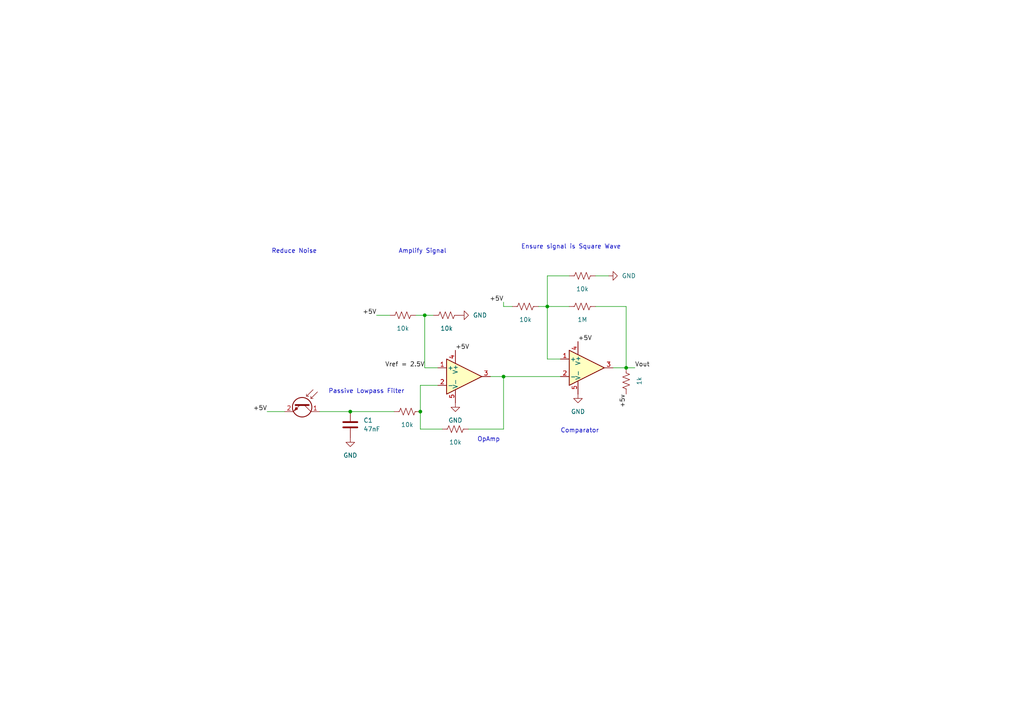
<source format=kicad_sch>
(kicad_sch (version 20230121) (generator eeschema)
  (paper "A4")
  (lib_symbols
    (symbol "Device:C" (pin_numbers hide) (pin_names (offset 0.254))
      (property "Reference" "C" (at 0.635 2.54 0))
      (property "Value" "C" (at 0.635 -2.54 0))
      (symbol "C_0_1"
        (polyline (pts (xy -2.032 -0.762) (xy 2.032 -0.762)) (stroke (width 0.508)))
        (polyline (pts (xy -2.032 0.762) (xy 2.032 0.762)) (stroke (width 0.508)))
      )
      (symbol "C_1_1"
        (pin passive line (at 0 3.81 270) (length 2.794) (name "~") (number "1"))
        (pin passive line (at 0 -3.81 90) (length 2.794) (name "~") (number "2"))
      )
    )
    (symbol "Device:Q_Photo_NPN" (pin_names (offset 0) hide)
      (property "Reference" "Q" (at 5.08 1.27 0))
      (property "Value" "Q_Photo_NPN" (at 5.08 -1.27 0))
      (symbol "Q_Photo_NPN_0_1"
        (polyline (pts (xy -1.905 1.27) (xy -2.54 1.27)))
        (polyline (pts (xy -1.27 2.54) (xy -1.905 2.54)))
        (polyline (pts (xy 0.635 0.635) (xy 2.54 2.54)))
        (polyline (pts (xy -3.81 3.175) (xy -1.905 1.27) (xy -1.905 1.905)))
        (polyline (pts (xy -3.175 4.445) (xy -1.27 2.54) (xy -1.27 3.175)))
        (polyline (pts (xy 0.635 -0.635) (xy 2.54 -2.54) (xy 2.54 -2.54)))
        (polyline (pts (xy 0.635 1.905) (xy 0.635 -1.905) (xy 0.635 -1.905)) (stroke (width 0.508)))
        (polyline (pts (xy 1.27 -1.778) (xy 1.778 -1.27) (xy 2.286 -2.286) (xy 1.27 -1.778) (xy 1.27 -1.778)) (fill (type outline)))
        (circle (center 1.27 0) (radius 2.8194) (stroke (width 0.254)))
      )
      (symbol "Q_Photo_NPN_1_1"
        (pin passive line (at 2.54 5.08 270) (length 2.54) (name "C") (number "1"))
        (pin passive line (at 2.54 -5.08 90) (length 2.54) (name "E") (number "2"))
      )
    )
    (symbol "Device:R_US" (pin_numbers hide) (pin_names (offset 0))
      (property "Reference" "R" (at 2.54 0 90))
      (property "Value" "R_US" (at -2.54 0 90))
      (symbol "R_US_0_1"
        (polyline (pts (xy 0 -2.286) (xy 0 -2.54)))
        (polyline (pts (xy 0 2.286) (xy 0 2.54)))
        (polyline (pts (xy 0 -0.762) (xy 1.016 -1.143) (xy 0 -1.524) (xy -1.016 -1.905) (xy 0 -2.286)))
        (polyline (pts (xy 0 0.762) (xy 1.016 0.381) (xy 0 0) (xy -1.016 -0.381) (xy 0 -0.762)))
        (polyline (pts (xy 0 2.286) (xy 1.016 1.905) (xy 0 1.524) (xy -1.016 1.143) (xy 0 0.762)))
      )
      (symbol "R_US_1_1"
        (pin passive line (at 0 3.81 270) (length 1.27) (name "~") (number "1"))
        (pin passive line (at 0 -3.81 90) (length 1.27) (name "~") (number "2"))
      )
    )
    (symbol "Simulation_SPICE:OPAMP" (pin_names (offset 0.254))
      (property "Reference" "U" (at 3.81 3.175 0))
      (property "Value" "${SIM.PARAMS}" (at 3.81 -3.175 0))
      (symbol "OPAMP_0_1"
        (polyline (pts (xy 5.08 0) (xy -5.08 5.08) (xy -5.08 -5.08) (xy 5.08 0)) (stroke (width 0.254)) (fill (type background)))
      )
      (symbol "OPAMP_1_1"
        (pin input line (at -7.62 2.54 0) (length 2.54) (name "+") (number "1"))
        (pin input line (at -7.62 -2.54 0) (length 2.54) (name "-") (number "2"))
        (pin output line (at 7.62 0 180) (length 2.54) (name "~") (number "3"))
        (pin power_in line (at -2.54 7.62 270) (length 3.81) (name "V+") (number "4"))
        (pin power_in line (at -2.54 -7.62 90) (length 3.81) (name "V-") (number "5"))
      )
    )
    (symbol "power:GND" (power) (pin_names (offset 0))
      (property "Value" "GND" (at 0 -3.81 0))
      (symbol "GND_0_1"
        (polyline (pts (xy 0 0) (xy 0 -1.27) (xy 1.27 -1.27) (xy 0 -2.54) (xy -1.27 -1.27) (xy 0 -1.27)))
      )
      (symbol "GND_1_1"
        (pin power_in line (at 0 0 270) (length 0) hide (name "GND") (number "1"))
      )
    )
  )
  (junction (at 123.19 91.44))
  (junction (at 146.05 109.22))
  (junction (at 158.75 88.9))
  (junction (at 121.92 119.38))
  (junction (at 101.6 119.38))
  (junction (at 181.61 106.68))
  (wire (pts (xy 146.05 87.63) (xy 146.05 88.9)))
  (wire (pts (xy 123.19 106.68) (xy 127 106.68)))
  (wire (pts (xy 158.75 80.01) (xy 158.75 88.9)))
  (wire (pts (xy 158.75 104.14) (xy 162.56 104.14)))
  (wire (pts (xy 121.92 111.76) (xy 127 111.76)))
  (wire (pts (xy 146.05 109.22) (xy 146.05 124.46)))
  (wire (pts (xy 77.47 119.38) (xy 82.55 119.38)))
  (wire (pts (xy 121.92 111.76) (xy 121.92 119.38)))
  (wire (pts (xy 165.1 88.9) (xy 158.75 88.9)))
  (wire (pts (xy 146.05 88.9) (xy 148.59 88.9)))
  (wire (pts (xy 177.8 106.68) (xy 181.61 106.68)))
  (wire (pts (xy 135.89 124.46) (xy 146.05 124.46)))
  (wire (pts (xy 92.71 119.38) (xy 101.6 119.38)))
  (wire (pts (xy 158.75 80.01) (xy 165.1 80.01)))
  (wire (pts (xy 172.72 88.9) (xy 181.61 88.9)))
  (wire (pts (xy 121.92 119.38) (xy 121.92 124.46)))
  (wire (pts (xy 142.24 109.22) (xy 146.05 109.22)))
  (wire (pts (xy 181.61 106.68) (xy 184.15 106.68)))
  (wire (pts (xy 156.21 88.9) (xy 158.75 88.9)))
  (wire (pts (xy 123.19 91.44) (xy 123.19 106.68)))
  (wire (pts (xy 109.22 91.44) (xy 113.03 91.44)))
  (wire (pts (xy 120.65 91.44) (xy 123.19 91.44)))
  (wire (pts (xy 158.75 88.9) (xy 158.75 104.14)))
  (wire (pts (xy 123.19 91.44) (xy 125.73 91.44)))
  (wire (pts (xy 101.6 119.38) (xy 114.3 119.38)))
  (wire (pts (xy 146.05 109.22) (xy 162.56 109.22)))
  (wire (pts (xy 181.61 88.9) (xy 181.61 106.68)))
  (wire (pts (xy 121.92 124.46) (xy 128.27 124.46)))
  (wire (pts (xy 172.72 80.01) (xy 176.53 80.01)))
  (text "Comparator\n" (at 162.56 125.73 0) (effects (font (size 1.27 1.27)) (justify left bottom)))
  (text "Amplify Signal\n" (at 115.57 73.66 0) (effects (font (size 1.27 1.27)) (justify left bottom)))
  (text "OpAmp\n" (at 138.43 128.27 0) (effects (font (size 1.27 1.27)) (justify left bottom)))
  (text "Passive Lowpass Filter\n" (at 95.25 114.3 0) (effects (font (size 1.27 1.27)) (justify left bottom)))
  (text "Reduce Noise\n" (at 78.74 73.66 0) (effects (font (size 1.27 1.27)) (justify left bottom)))
  (text "Ensure signal is Square Wave\n" (at 151.13 72.39 0) (effects (font (size 1.27 1.27)) (justify left bottom)))
  (label "Vref = 2.5V" (at 123.19 106.68 180))
  (label "+5V" (at 77.47 119.38 180))
  (label "+5V" (at 146.05 87.63 180))
  (label "+5V" (at 132.08 101.6 0))
  (label "+5V" (at 109.22 91.44 180))
  (label "+5v" (at 181.61 114.3 270))
  (label "+5V" (at 167.64 99.06 0))
  (label "Vout" (at 184.15 106.68 0))
  (symbol (lib_id "Device:R_US") (at 152.4 88.9 270) (unit 1)
    (property "Reference" "R12" (effects hide))
    (property "Value" "10k" (at 152.4 92.71 90))
  )
  (symbol (lib_id "Device:R_US") (at 116.84 91.44 270) (unit 1)
    (property "Reference" "R10" (effects hide))
    (property "Value" "10k" (at 116.84 95.25 90))
  )
  (symbol (lib_id "power:GND") (at 167.64 114.3 0) (unit 1)
    (property "Reference" "#PWR011" (effects hide))
    (property "Value" "GND" (at 167.64 119.38 0))
  )
  (symbol (lib_id "Device:R_US") (at 168.91 80.01 270) (unit 1)
    (property "Reference" "R13" (effects hide))
    (property "Value" "10k" (at 168.91 83.82 90))
  )
  (symbol (lib_id "Simulation_SPICE:OPAMP") (at 134.62 109.22 0) (unit 1)
    (property "Reference" "U3" (effects hide))
    (property "Value" "${SIM.PARAMS}" (effects hide))
    (property "Sim.Pins" "1=1 2=2 3=3 4=4 5=5" (effects hide))
    (property "Sim.Device" "SPICE" (effects hide))
    (property "Sim.Params" "type=\"X\" model=\"OPAMP\" lib=\"\"" (effects hide))
  )
  (symbol (lib_id "power:GND") (at 101.6 127 0) (unit 1)
    (property "Reference" "#PWR01" (effects hide))
    (property "Value" "GND" (at 101.6 132.08 0))
  )
  (symbol (lib_id "Device:R_US") (at 129.54 91.44 270) (unit 1)
    (property "Reference" "R9" (effects hide))
    (property "Value" "10k" (at 129.54 95.25 90))
  )
  (symbol (lib_id "Device:Q_Photo_NPN") (at 87.63 116.84 270) (unit 1)
    (property "Reference" "Q7" (effects hide))
    (property "Value" "Q_Photo_NPN" (effects hide))
  )
  (symbol (lib_id "power:GND") (at 132.08 116.84 0) (unit 1)
    (property "Reference" "#PWR012" (effects hide))
    (property "Value" "GND" (at 132.08 121.92 0))
  )
  (symbol (lib_id "power:GND") (at 133.35 91.44 90) (unit 1)
    (property "Reference" "#PWR010" (effects hide))
    (property "Value" "GND" (at 137.16 91.44 90) (effects (justify right)))
  )
  (symbol (lib_id "Device:R_US") (at 168.91 88.9 270) (unit 1)
    (property "Reference" "R14" (effects hide))
    (property "Value" "1M" (at 168.91 92.71 90))
  )
  (symbol (lib_id "Device:R_US") (at 181.61 110.49 0) (unit 1)
    (property "Reference" "R16" (effects hide))
    (property "Value" "1k" (at 185.42 110.49 90))
  )
  (symbol (lib_id "Device:C") (at 101.6 123.19 0) (unit 1)
    (property "Reference" "C1" (at 105.41 121.92 0) (effects (justify left)))
    (property "Value" "47nF" (at 105.41 124.46 0) (effects (justify left)))
  )
  (symbol (lib_id "Device:R_US") (at 118.11 119.38 270) (unit 1)
    (property "Reference" "R1" (effects hide))
    (property "Value" "10k" (at 118.11 123.19 90))
  )
  (symbol (lib_id "power:GND") (at 176.53 80.01 90) (unit 1)
    (property "Reference" "#PWR013" (effects hide))
    (property "Value" "GND" (at 180.34 80.01 90) (effects (justify right)))
  )
  (symbol (lib_id "Device:R_US") (at 132.08 124.46 270) (unit 1)
    (property "Reference" "RGain1" (effects hide))
    (property "Value" "10k" (at 132.08 128.27 90))
  )
  (symbol (lib_id "Simulation_SPICE:OPAMP") (at 170.18 106.68 0) (unit 1)
    (property "Reference" "U4" (effects hide))
    (property "Value" "${SIM.PARAMS}" (effects hide))
    (property "Sim.Pins" "1=1 2=2 3=3 4=4 5=5" (effects hide))
    (property "Sim.Device" "SPICE" (effects hide))
    (property "Sim.Params" "type=\"X\" model=\"OPAMP\" lib=\"\"" (effects hide))
  )
)
</source>
